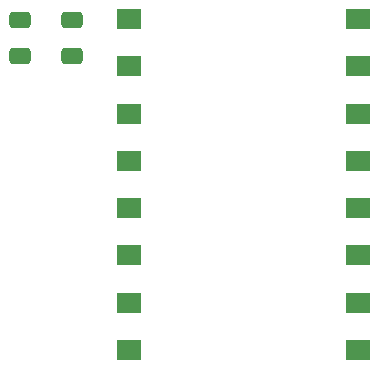
<source format=gbr>
%TF.GenerationSoftware,KiCad,Pcbnew,(7.0.0)*%
%TF.CreationDate,2023-04-25T15:22:23+02:00*%
%TF.ProjectId,funk-transmitter-final,66756e6b-2d74-4726-916e-736d69747465,rev?*%
%TF.SameCoordinates,Original*%
%TF.FileFunction,Paste,Bot*%
%TF.FilePolarity,Positive*%
%FSLAX46Y46*%
G04 Gerber Fmt 4.6, Leading zero omitted, Abs format (unit mm)*
G04 Created by KiCad (PCBNEW (7.0.0)) date 2023-04-25 15:22:23*
%MOMM*%
%LPD*%
G01*
G04 APERTURE LIST*
G04 Aperture macros list*
%AMRoundRect*
0 Rectangle with rounded corners*
0 $1 Rounding radius*
0 $2 $3 $4 $5 $6 $7 $8 $9 X,Y pos of 4 corners*
0 Add a 4 corners polygon primitive as box body*
4,1,4,$2,$3,$4,$5,$6,$7,$8,$9,$2,$3,0*
0 Add four circle primitives for the rounded corners*
1,1,$1+$1,$2,$3*
1,1,$1+$1,$4,$5*
1,1,$1+$1,$6,$7*
1,1,$1+$1,$8,$9*
0 Add four rect primitives between the rounded corners*
20,1,$1+$1,$2,$3,$4,$5,0*
20,1,$1+$1,$4,$5,$6,$7,0*
20,1,$1+$1,$6,$7,$8,$9,0*
20,1,$1+$1,$8,$9,$2,$3,0*%
G04 Aperture macros list end*
%ADD10RoundRect,0.250000X-0.650000X0.412500X-0.650000X-0.412500X0.650000X-0.412500X0.650000X0.412500X0*%
%ADD11R,2.143000X1.762000*%
G04 APERTURE END LIST*
D10*
%TO.C,C4*%
X130075000Y-86437500D03*
X130075000Y-89562500D03*
%TD*%
%TO.C,C3*%
X134475000Y-86437500D03*
X134475000Y-89562500D03*
%TD*%
D11*
%TO.C,U1*%
X139299999Y-86399999D03*
X139299999Y-90380999D03*
X139299999Y-94399999D03*
X139299999Y-98399999D03*
X139299999Y-102399999D03*
X139299999Y-106399999D03*
X139299999Y-110399999D03*
X139299999Y-114399999D03*
X158699999Y-86399999D03*
X158699999Y-90380999D03*
X158699999Y-94399999D03*
X158699999Y-98399999D03*
X158699999Y-102399999D03*
X158699999Y-106399999D03*
X158699999Y-110399999D03*
X158699999Y-114399999D03*
%TD*%
M02*

</source>
